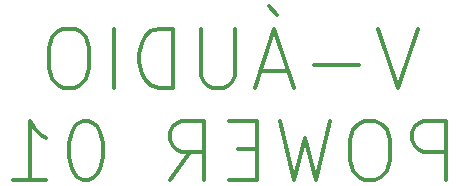
<source format=gbo>
G04 #@! TF.GenerationSoftware,KiCad,Pcbnew,(5.1.6)-1*
G04 #@! TF.CreationDate,2020-08-29T11:02:00-03:00*
G04 #@! TF.ProjectId,fonte_pequena,666f6e74-655f-4706-9571-75656e612e6b,rev?*
G04 #@! TF.SameCoordinates,Original*
G04 #@! TF.FileFunction,Legend,Bot*
G04 #@! TF.FilePolarity,Positive*
%FSLAX46Y46*%
G04 Gerber Fmt 4.6, Leading zero omitted, Abs format (unit mm)*
G04 Created by KiCad (PCBNEW (5.1.6)-1) date 2020-08-29 11:02:00*
%MOMM*%
%LPD*%
G01*
G04 APERTURE LIST*
%ADD10C,0.300000*%
G04 APERTURE END LIST*
D10*
X113623333Y-157191904D02*
X111956666Y-162191904D01*
X110290000Y-157191904D01*
X108623333Y-160287142D02*
X104813809Y-160287142D01*
X102670952Y-160763333D02*
X100290000Y-160763333D01*
X103147142Y-162191904D02*
X101480476Y-157191904D01*
X99813809Y-162191904D01*
X101004285Y-155287142D02*
X101718571Y-156001428D01*
X98147142Y-157191904D02*
X98147142Y-161239523D01*
X97909047Y-161715714D01*
X97670952Y-161953809D01*
X97194761Y-162191904D01*
X96242380Y-162191904D01*
X95766190Y-161953809D01*
X95528095Y-161715714D01*
X95290000Y-161239523D01*
X95290000Y-157191904D01*
X92909047Y-162191904D02*
X92909047Y-157191904D01*
X91718571Y-157191904D01*
X91004285Y-157430000D01*
X90528095Y-157906190D01*
X90290000Y-158382380D01*
X90051904Y-159334761D01*
X90051904Y-160049047D01*
X90290000Y-161001428D01*
X90528095Y-161477619D01*
X91004285Y-161953809D01*
X91718571Y-162191904D01*
X92909047Y-162191904D01*
X87909047Y-162191904D02*
X87909047Y-157191904D01*
X84575714Y-157191904D02*
X83623333Y-157191904D01*
X83147142Y-157430000D01*
X82670952Y-157906190D01*
X82432857Y-158858571D01*
X82432857Y-160525238D01*
X82670952Y-161477619D01*
X83147142Y-161953809D01*
X83623333Y-162191904D01*
X84575714Y-162191904D01*
X85051904Y-161953809D01*
X85528095Y-161477619D01*
X85766190Y-160525238D01*
X85766190Y-158858571D01*
X85528095Y-157906190D01*
X85051904Y-157430000D01*
X84575714Y-157191904D01*
X116004285Y-169991904D02*
X116004285Y-164991904D01*
X114099523Y-164991904D01*
X113623333Y-165230000D01*
X113385238Y-165468095D01*
X113147142Y-165944285D01*
X113147142Y-166658571D01*
X113385238Y-167134761D01*
X113623333Y-167372857D01*
X114099523Y-167610952D01*
X116004285Y-167610952D01*
X110051904Y-164991904D02*
X109099523Y-164991904D01*
X108623333Y-165230000D01*
X108147142Y-165706190D01*
X107909047Y-166658571D01*
X107909047Y-168325238D01*
X108147142Y-169277619D01*
X108623333Y-169753809D01*
X109099523Y-169991904D01*
X110051904Y-169991904D01*
X110528095Y-169753809D01*
X111004285Y-169277619D01*
X111242380Y-168325238D01*
X111242380Y-166658571D01*
X111004285Y-165706190D01*
X110528095Y-165230000D01*
X110051904Y-164991904D01*
X106242380Y-164991904D02*
X105051904Y-169991904D01*
X104099523Y-166420476D01*
X103147142Y-169991904D01*
X101956666Y-164991904D01*
X100051904Y-167372857D02*
X98385238Y-167372857D01*
X97670952Y-169991904D02*
X100051904Y-169991904D01*
X100051904Y-164991904D01*
X97670952Y-164991904D01*
X92670952Y-169991904D02*
X94337619Y-167610952D01*
X95528095Y-169991904D02*
X95528095Y-164991904D01*
X93623333Y-164991904D01*
X93147142Y-165230000D01*
X92909047Y-165468095D01*
X92670952Y-165944285D01*
X92670952Y-166658571D01*
X92909047Y-167134761D01*
X93147142Y-167372857D01*
X93623333Y-167610952D01*
X95528095Y-167610952D01*
X85766190Y-164991904D02*
X85290000Y-164991904D01*
X84813809Y-165230000D01*
X84575714Y-165468095D01*
X84337619Y-165944285D01*
X84099523Y-166896666D01*
X84099523Y-168087142D01*
X84337619Y-169039523D01*
X84575714Y-169515714D01*
X84813809Y-169753809D01*
X85290000Y-169991904D01*
X85766190Y-169991904D01*
X86242380Y-169753809D01*
X86480476Y-169515714D01*
X86718571Y-169039523D01*
X86956666Y-168087142D01*
X86956666Y-166896666D01*
X86718571Y-165944285D01*
X86480476Y-165468095D01*
X86242380Y-165230000D01*
X85766190Y-164991904D01*
X79337619Y-169991904D02*
X82194761Y-169991904D01*
X80766190Y-169991904D02*
X80766190Y-164991904D01*
X81242380Y-165706190D01*
X81718571Y-166182380D01*
X82194761Y-166420476D01*
M02*

</source>
